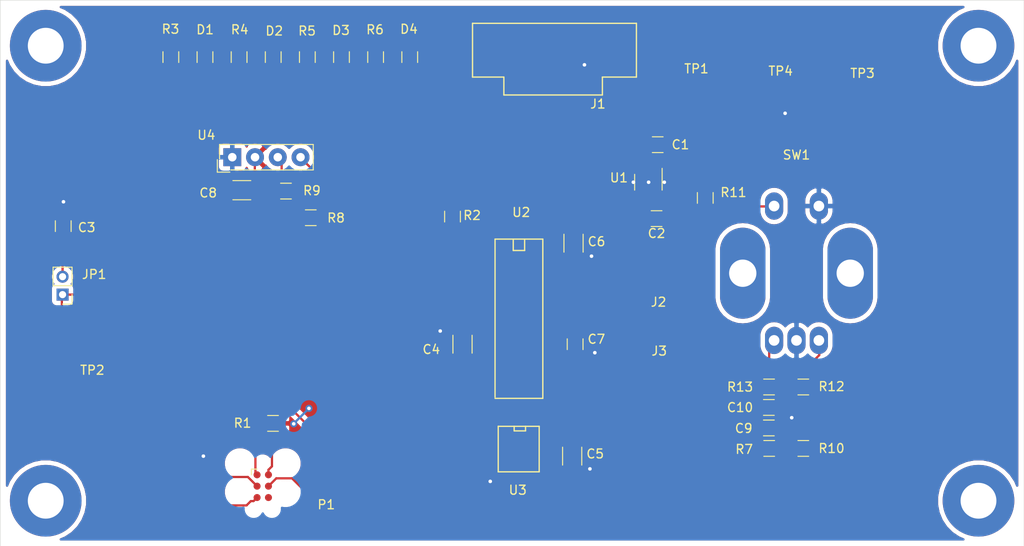
<source format=kicad_pcb>
(kicad_pcb (version 20171130) (host pcbnew 5.1.2-5.1.2)
  (layers (0 F.Cu signal) (31 B.Cu signal) (34 B.Paste user) (35 F.Paste user) (36 B.SilkS user) (37 F.SilkS user) (38 B.Mask user) (39 F.Mask user) (44 Edge.Cuts user))
  (net 0 "")
  (net 1 GND)
  (net 2 /VDC6)
  (net 3 +3V3)
  (net 4 "Net-(C3-Pad1)")
  (net 5 "Net-(C7-Pad2)")
  (net 6 /ENCA)
  (net 7 /ENCB)
  (net 8 "Net-(D1-Pad2)")
  (net 9 "Net-(D1-Pad1)")
  (net 10 "Net-(D2-Pad1)")
  (net 11 "Net-(D2-Pad2)")
  (net 12 "Net-(D3-Pad2)")
  (net 13 "Net-(D3-Pad1)")
  (net 14 "Net-(D4-Pad1)")
  (net 15 "Net-(D4-Pad2)")
  (net 16 /CMOSI)
  (net 17 /CMISO)
  (net 18 /CSCK)
  (net 19 /CCS)
  (net 20 "Net-(J1-Pad11)")
  (net 21 "Net-(J1-Pad12)")
  (net 22 "Net-(J2-Pad1)")
  (net 23 "Net-(J3-Pad1)")
  (net 24 /MCLR)
  (net 25 "Net-(P1-Pad6)")
  (net 26 /PGC)
  (net 27 /PGD)
  (net 28 "Net-(R2-Pad2)")
  (net 29 "Net-(R10-Pad2)")
  (net 30 /SDA)
  (net 31 /SCL)
  (net 32 /SW)
  (net 33 "Net-(R12-Pad2)")
  (net 34 "Net-(U1-Pad4)")
  (net 35 /MCS)
  (net 36 /MMISO)
  (net 37 /MMOSI)
  (net 38 /MSCK)
  (module Connectors:Tag-Connect_TC2030-IDC-FP (layer F.Cu) (at 181.7116 105.0544 270)
    (fp_text reference P1 (at 2.06248 -7.09168 180) (layer F.SilkS))
    (fp_text value TC2030-MCP)
    (pad 6 connect circle (at 1.27 -0.635 270) (size 0.7874 0.7874) (layers F.Cu F.Mask) (net 25 "Net-(P1-Pad6)"))
    (pad 5 connect circle (at 1.27 0.635 270) (size 0.7874 0.7874) (layers F.Cu F.Mask) (net 26 /PGC))
    (pad 4 connect circle (at 0 -0.635 270) (size 0.7874 0.7874) (layers F.Cu F.Mask) (net 27 /PGD))
    (pad 3 connect circle (at 0 0.635 270) (size 0.7874 0.7874) (layers F.Cu F.Mask) (net 1 GND))
    (pad 2 connect circle (at -1.27 -0.635 270) (size 0.7874 0.7874) (layers F.Cu F.Mask) (net 3 +3V3))
    (pad 1 connect circle (at -1.27 0.635 270) (size 0.7874 0.7874) (layers F.Cu F.Mask) (net 24 /MCLR))
    (pad "" np_thru_hole circle (at -2.54 0 270) (size 0.9906 0.9906) (drill 0.9906) (layers *.Cu *.Mask))
    (pad "" np_thru_hole circle (at 2.54 1.016 270) (size 0.9906 0.9906) (drill 0.9906) (layers *.Cu *.Mask))
    (pad "" np_thru_hole circle (at 2.54 -1.016 270) (size 0.9906 0.9906) (drill 0.9906) (layers *.Cu *.Mask))
    (pad "" np_thru_hole circle (at 0.635 2.54 270) (size 2.3749 2.3749) (drill 2.3749) (layers *.Cu *.Mask))
    (pad "" np_thru_hole circle (at 0.635 -2.54 270) (size 2.3749 2.3749) (drill 2.3749) (layers *.Cu *.Mask))
    (pad "" np_thru_hole circle (at -2.54 -2.54 270) (size 2.3749 2.3749) (drill 2.3749) (layers *.Cu *.Mask))
    (pad "" np_thru_hole circle (at -2.54 2.54 270) (size 2.3749 2.3749) (drill 2.3749) (layers *.Cu *.Mask))
  )
  (module Mounting_Holes:MountingHole_4mm_Pad (layer F.Cu) (at 157.48 55.88)
    (fp_text reference REF** hide)
    (fp_text value MountingHole_4mm_Pad)
    (pad 1 thru_hole circle (at 0 0) (size 8 8) (drill 4) (layers *.Cu *.Mask))
  )
  (module Mounting_Holes:MountingHole_4mm_Pad (layer F.Cu) (at 261.62 55.88)
    (fp_text reference REF** hide)
    (fp_text value MountingHole_4mm_Pad)
    (pad 1 thru_hole circle (at 0 0) (size 8 8) (drill 4) (layers *.Cu *.Mask))
  )
  (module Mounting_Holes:MountingHole_4mm_Pad (layer F.Cu) (at 261.62 106.68)
    (fp_text reference REF** hide)
    (fp_text value MountingHole_4mm_Pad)
    (pad 1 thru_hole circle (at 0 0) (size 8 8) (drill 4) (layers *.Cu *.Mask))
  )
  (module Mounting_Holes:MountingHole_4mm_Pad (layer F.Cu) (at 157.48 106.68)
    (fp_text reference REF** hide)
    (fp_text value MountingHole_4mm_Pad)
    (pad 1 thru_hole circle (at 0 0) (size 8 8) (drill 4) (layers *.Cu *.Mask))
  )
  (module Resistors_SMD:R_0805 (layer F.Cu) (at 225.806 66.929 180)
    (fp_text reference C1 (at -2.54 0) (layer F.SilkS))
    (fp_text value 1u)
    (pad 2 smd rect (at 0.95 0 180) (size 0.7 1.3) (layers F.Cu F.Paste F.Mask) (net 1 GND))
    (pad 1 smd rect (at -0.95 0 180) (size 0.7 1.3) (layers F.Cu F.Paste F.Mask) (net 2 /VDC6))
  )
  (module Resistors_SMD:R_0805 (layer F.Cu) (at 225.679 75.184 180)
    (fp_text reference C2 (at 0 -1.65) (layer F.SilkS))
    (fp_text value 1u)
    (pad 2 smd rect (at 0.95 0 180) (size 0.7 1.3) (layers F.Cu F.Paste F.Mask) (net 1 GND))
    (pad 1 smd rect (at -0.95 0 180) (size 0.7 1.3) (layers F.Cu F.Paste F.Mask) (net 3 +3V3))
  )
  (module Resistors_SMD:R_0805 (layer F.Cu) (at 159.4358 76.0222 90)
    (fp_text reference C3 (at -0.1524 2.6162 180) (layer F.SilkS))
    (fp_text value 220n)
    (pad 1 smd rect (at -0.95 0 90) (size 0.7 1.3) (layers F.Cu F.Paste F.Mask) (net 4 "Net-(C3-Pad1)"))
    (pad 2 smd rect (at 0.95 0 90) (size 0.7 1.3) (layers F.Cu F.Paste F.Mask) (net 1 GND))
  )
  (module Resistors_SMD:R_1206 (layer F.Cu) (at 204.0128 89.2048 90)
    (fp_text reference C4 (at -0.5842 -3.4798 180) (layer F.SilkS))
    (fp_text value 100n)
    (pad 1 smd rect (at -1.45 0 90) (size 0.9 1.7) (layers F.Cu F.Paste F.Mask) (net 3 +3V3))
    (pad 2 smd rect (at 1.45 0 90) (size 0.9 1.7) (layers F.Cu F.Paste F.Mask) (net 1 GND))
  )
  (module Resistors_SMD:R_1206 (layer F.Cu) (at 216.2556 101.7016 270)
    (fp_text reference C5 (at -0.254 -2.5654 180) (layer F.SilkS))
    (fp_text value 100n)
    (pad 2 smd rect (at 1.45 0 270) (size 0.9 1.7) (layers F.Cu F.Paste F.Mask) (net 1 GND))
    (pad 1 smd rect (at -1.45 0 270) (size 0.9 1.7) (layers F.Cu F.Paste F.Mask) (net 3 +3V3))
  )
  (module Resistors_SMD:R_1206 (layer F.Cu) (at 216.408 77.9272 270)
    (fp_text reference C6 (at -0.1778 -2.5654 180) (layer F.SilkS))
    (fp_text value 100n)
    (pad 1 smd rect (at -1.45 0 270) (size 0.9 1.7) (layers F.Cu F.Paste F.Mask) (net 3 +3V3))
    (pad 2 smd rect (at 1.45 0 270) (size 0.9 1.7) (layers F.Cu F.Paste F.Mask) (net 1 GND))
  )
  (module Resistors_SMD:R_0805 (layer F.Cu) (at 216.5858 89.2048 90)
    (fp_text reference C7 (at 0.56388 2.37744 180) (layer F.SilkS))
    (fp_text value 10u)
    (pad 2 smd rect (at 0.95 0 90) (size 0.7 1.3) (layers F.Cu F.Paste F.Mask) (net 5 "Net-(C7-Pad2)"))
    (pad 1 smd rect (at -0.95 0 90) (size 0.7 1.3) (layers F.Cu F.Paste F.Mask) (net 1 GND))
  )
  (module Resistors_SMD:R_1206 (layer F.Cu) (at 179.3748 72.009 180)
    (fp_text reference C8 (at 3.7592 -0.3048) (layer F.SilkS))
    (fp_text value 100n)
    (pad 2 smd rect (at 1.45 0 180) (size 0.9 1.7) (layers F.Cu F.Paste F.Mask) (net 1 GND))
    (pad 1 smd rect (at -1.45 0 180) (size 0.9 1.7) (layers F.Cu F.Paste F.Mask) (net 3 +3V3))
  )
  (module Resistors_SMD:R_0805 (layer F.Cu) (at 238.2139 98.552 180)
    (fp_text reference C9 (at 2.8067 -0.0508) (layer F.SilkS))
    (fp_text value 10n)
    (pad 2 smd rect (at 0.95 0 180) (size 0.7 1.3) (layers F.Cu F.Paste F.Mask) (net 6 /ENCA))
    (pad 1 smd rect (at -0.95 0 180) (size 0.7 1.3) (layers F.Cu F.Paste F.Mask) (net 1 GND))
  )
  (module Resistors_SMD:R_0805 (layer F.Cu) (at 238.21644 96.266 180)
    (fp_text reference C10 (at 3.21564 0) (layer F.SilkS))
    (fp_text value 10n)
    (pad 1 smd rect (at -0.95 0 180) (size 0.7 1.3) (layers F.Cu F.Paste F.Mask) (net 1 GND))
    (pad 2 smd rect (at 0.95 0 180) (size 0.7 1.3) (layers F.Cu F.Paste F.Mask) (net 7 /ENCB))
  )
  (module Resistors_SMD:R_0805 (layer F.Cu) (at 175.26 57.15 90)
    (fp_text reference D1 (at 3.0607 0.0127 180) (layer F.SilkS))
    (fp_text value LED)
    (pad 2 smd rect (at 0.95 0 90) (size 0.7 1.3) (layers F.Cu F.Paste F.Mask) (net 8 "Net-(D1-Pad2)"))
    (pad 1 smd rect (at -0.95 0 90) (size 0.7 1.3) (layers F.Cu F.Paste F.Mask) (net 9 "Net-(D1-Pad1)"))
  )
  (module Resistors_SMD:R_0805 (layer F.Cu) (at 182.88 57.15 90)
    (fp_text reference D2 (at 2.921 0.11684 180) (layer F.SilkS))
    (fp_text value LED)
    (pad 1 smd rect (at -0.95 0 90) (size 0.7 1.3) (layers F.Cu F.Paste F.Mask) (net 10 "Net-(D2-Pad1)"))
    (pad 2 smd rect (at 0.95 0 90) (size 0.7 1.3) (layers F.Cu F.Paste F.Mask) (net 11 "Net-(D2-Pad2)"))
  )
  (module Resistors_SMD:R_0805 (layer F.Cu) (at 190.5 57.15 90)
    (fp_text reference D3 (at 2.98704 -0.0508 180) (layer F.SilkS))
    (fp_text value LED)
    (pad 2 smd rect (at 0.95 0 90) (size 0.7 1.3) (layers F.Cu F.Paste F.Mask) (net 12 "Net-(D3-Pad2)"))
    (pad 1 smd rect (at -0.95 0 90) (size 0.7 1.3) (layers F.Cu F.Paste F.Mask) (net 13 "Net-(D3-Pad1)"))
  )
  (module Resistors_SMD:R_0805 (layer F.Cu) (at 198.12 57.15 90)
    (fp_text reference D4 (at 3.1242 -0.08636 180) (layer F.SilkS))
    (fp_text value LED)
    (pad 1 smd rect (at -0.95 0 90) (size 0.7 1.3) (layers F.Cu F.Paste F.Mask) (net 14 "Net-(D4-Pad1)"))
    (pad 2 smd rect (at 0.95 0 90) (size 0.7 1.3) (layers F.Cu F.Paste F.Mask) (net 15 "Net-(D4-Pad2)"))
  )
  (module MikeFootprintLibrary:Molex_FFC-52207-1033 (layer F.Cu) (at 214.63 55.88 180)
    (fp_text reference J1 (at -4.5 -6.5) (layer F.SilkS))
    (fp_text value Molex_FFC-52207-1033)
    (pad 1 smd rect (at -4 -4 180) (size 0.6 1.9) (layers F.Cu F.Paste F.Mask) (net 2 /VDC6))
    (pad 2 smd rect (at -3 -4 180) (size 0.6 1.9) (layers F.Cu F.Paste F.Mask) (net 1 GND))
    (pad 3 smd rect (at -2 -4 180) (size 0.6 1.9) (layers F.Cu F.Paste F.Mask) (net 16 /CMOSI))
    (pad 4 smd rect (at -1 -4 180) (size 0.6 1.9) (layers F.Cu F.Paste F.Mask) (net 1 GND))
    (pad 5 smd rect (at 0 -4 180) (size 0.6 1.9) (layers F.Cu F.Paste F.Mask) (net 17 /CMISO))
    (pad 6 smd rect (at 1 -4 180) (size 0.6 1.9) (layers F.Cu F.Paste F.Mask) (net 1 GND))
    (pad 7 smd rect (at 2 -4 180) (size 0.6 1.9) (layers F.Cu F.Paste F.Mask) (net 18 /CSCK))
    (pad 8 smd rect (at 3 -4 180) (size 0.6 1.9) (layers F.Cu F.Paste F.Mask) (net 1 GND))
    (pad 9 smd rect (at 4 -4 180) (size 0.6 1.9) (layers F.Cu F.Paste F.Mask) (net 19 /CCS))
    (pad 10 smd rect (at 5 -4 180) (size 0.6 1.9) (layers F.Cu F.Paste F.Mask) (net 1 GND))
    (pad 11 smd rect (at -7.15 -1.65 180) (size 2.1 2.8) (layers F.Cu F.Paste F.Mask) (net 20 "Net-(J1-Pad11)"))
    (pad 12 smd rect (at 8.15 -1.65 180) (size 2.1 2.8) (layers F.Cu F.Paste F.Mask) (net 21 "Net-(J1-Pad12)"))
  )
  (module MikeFootprintLibrary:Keystone-5019 (layer F.Cu) (at 225.3996 82.4992)
    (fp_text reference J2 (at 0.5 2) (layer F.SilkS))
    (fp_text value TP)
    (pad 1 smd rect (at 0 0) (size 3.81 2.032) (layers F.Cu F.Paste F.Mask) (net 22 "Net-(J2-Pad1)"))
  )
  (module MikeFootprintLibrary:Keystone-5019 (layer F.Cu) (at 225.4758 87.9602)
    (fp_text reference J3 (at 0.5 2) (layer F.SilkS))
    (fp_text value TP)
    (pad 1 smd rect (at 0 0) (size 3.81 2.032) (layers F.Cu F.Paste F.Mask) (net 23 "Net-(J3-Pad1)"))
  )
  (module Pin_Headers:Pin_Header_Straight_1x02_Pitch2.00mm (layer F.Cu) (at 159.3596 83.6676 180)
    (fp_text reference JP1 (at -3.5306 2.2606) (layer F.SilkS))
    (fp_text value Jumper_2_Open)
    (pad 2 thru_hole oval (at 0 2 180) (size 1.35 1.35) (drill 0.8) (layers *.Cu *.Mask) (net 4 "Net-(C3-Pad1)"))
    (pad 1 thru_hole rect (at 0 0 180) (size 1.35 1.35) (drill 0.8) (layers *.Cu *.Mask) (net 24 /MCLR))
  )
  (module Resistors_SMD:R_0805 (layer F.Cu) (at 182.8546 98.044 180)
    (fp_text reference R1 (at 3.39852 0.03048) (layer F.SilkS))
    (fp_text value 10k)
    (pad 1 smd rect (at -0.95 0 180) (size 0.7 1.3) (layers F.Cu F.Paste F.Mask) (net 3 +3V3))
    (pad 2 smd rect (at 0.95 0 180) (size 0.7 1.3) (layers F.Cu F.Paste F.Mask) (net 24 /MCLR))
  )
  (module Resistors_SMD:R_0805 (layer F.Cu) (at 202.8952 74.9554 270)
    (fp_text reference R2 (at -0.13208 -2.1844 180) (layer F.SilkS))
    (fp_text value 220)
    (pad 2 smd rect (at 0.95 0 270) (size 0.7 1.3) (layers F.Cu F.Paste F.Mask) (net 28 "Net-(R2-Pad2)"))
    (pad 1 smd rect (at -0.95 0 270) (size 0.7 1.3) (layers F.Cu F.Paste F.Mask) (net 24 /MCLR))
  )
  (module Resistors_SMD:R_0805 (layer F.Cu) (at 171.45 57.15 90)
    (fp_text reference R3 (at 3.1242 -0.0381 180) (layer F.SilkS))
    (fp_text value 470)
    (pad 1 smd rect (at -0.95 0 90) (size 0.7 1.3) (layers F.Cu F.Paste F.Mask) (net 3 +3V3))
    (pad 2 smd rect (at 0.95 0 90) (size 0.7 1.3) (layers F.Cu F.Paste F.Mask) (net 8 "Net-(D1-Pad2)"))
  )
  (module Resistors_SMD:R_0805 (layer F.Cu) (at 179.07 57.15 90)
    (fp_text reference R4 (at 3.0607 0.0635 180) (layer F.SilkS))
    (fp_text value 470)
    (pad 2 smd rect (at 0.95 0 90) (size 0.7 1.3) (layers F.Cu F.Paste F.Mask) (net 11 "Net-(D2-Pad2)"))
    (pad 1 smd rect (at -0.95 0 90) (size 0.7 1.3) (layers F.Cu F.Paste F.Mask) (net 3 +3V3))
  )
  (module Resistors_SMD:R_0805 (layer F.Cu) (at 186.69 57.15 90)
    (fp_text reference R5 (at 2.921 -0.03556 180) (layer F.SilkS))
    (fp_text value 470)
    (pad 1 smd rect (at -0.95 0 90) (size 0.7 1.3) (layers F.Cu F.Paste F.Mask) (net 3 +3V3))
    (pad 2 smd rect (at 0.95 0 90) (size 0.7 1.3) (layers F.Cu F.Paste F.Mask) (net 12 "Net-(D3-Pad2)"))
  )
  (module Resistors_SMD:R_0805 (layer F.Cu) (at 194.31 57.15 90)
    (fp_text reference R6 (at 3.05816 -0.06604 180) (layer F.SilkS))
    (fp_text value 470)
    (pad 2 smd rect (at 0.95 0 90) (size 0.7 1.3) (layers F.Cu F.Paste F.Mask) (net 15 "Net-(D4-Pad2)"))
    (pad 1 smd rect (at -0.95 0 90) (size 0.7 1.3) (layers F.Cu F.Paste F.Mask) (net 3 +3V3))
  )
  (module Resistors_SMD:R_0805 (layer F.Cu) (at 238.252 100.838)
    (fp_text reference R7 (at -2.794 0.1016) (layer F.SilkS))
    (fp_text value 10k)
    (pad 2 smd rect (at 0.95 0) (size 0.7 1.3) (layers F.Cu F.Paste F.Mask) (net 29 "Net-(R10-Pad2)"))
    (pad 1 smd rect (at -0.95 0) (size 0.7 1.3) (layers F.Cu F.Paste F.Mask) (net 6 /ENCA))
  )
  (module Resistors_SMD:R_0805 (layer F.Cu) (at 187.071 75.0824)
    (fp_text reference R8 (at 2.8194 0.0254) (layer F.SilkS))
    (fp_text value 4.7k)
    (pad 1 smd rect (at -0.95 0) (size 0.7 1.3) (layers F.Cu F.Paste F.Mask) (net 3 +3V3))
    (pad 2 smd rect (at 0.95 0) (size 0.7 1.3) (layers F.Cu F.Paste F.Mask) (net 30 /SDA))
  )
  (module Resistors_SMD:R_0805 (layer F.Cu) (at 184.3024 72.1106)
    (fp_text reference R9 (at 2.8956 -0.0508) (layer F.SilkS))
    (fp_text value 4.7k)
    (pad 2 smd rect (at 0.95 0) (size 0.7 1.3) (layers F.Cu F.Paste F.Mask) (net 31 /SCL))
    (pad 1 smd rect (at -0.95 0) (size 0.7 1.3) (layers F.Cu F.Paste F.Mask) (net 3 +3V3))
  )
  (module Resistors_SMD:R_0805 (layer F.Cu) (at 242.062 100.838 180)
    (fp_text reference R10 (at -3.1496 0) (layer F.SilkS))
    (fp_text value 10k)
    (pad 1 smd rect (at -0.95 0 180) (size 0.7 1.3) (layers F.Cu F.Paste F.Mask) (net 3 +3V3))
    (pad 2 smd rect (at 0.95 0 180) (size 0.7 1.3) (layers F.Cu F.Paste F.Mask) (net 29 "Net-(R10-Pad2)"))
  )
  (module Resistors_SMD:R_0805 (layer F.Cu) (at 231.1146 72.8726 270)
    (fp_text reference R11 (at -0.6096 -3.1496 180) (layer F.SilkS))
    (fp_text value 10k)
    (pad 1 smd rect (at -0.95 0 270) (size 0.7 1.3) (layers F.Cu F.Paste F.Mask) (net 3 +3V3))
    (pad 2 smd rect (at 0.95 0 270) (size 0.7 1.3) (layers F.Cu F.Paste F.Mask) (net 32 /SW))
  )
  (module Resistors_SMD:R_0805 (layer F.Cu) (at 242.062 93.98 180)
    (fp_text reference R12 (at -3.1496 0.0508) (layer F.SilkS))
    (fp_text value 10k)
    (pad 2 smd rect (at 0.95 0 180) (size 0.7 1.3) (layers F.Cu F.Paste F.Mask) (net 33 "Net-(R12-Pad2)"))
    (pad 1 smd rect (at -0.95 0 180) (size 0.7 1.3) (layers F.Cu F.Paste F.Mask) (net 3 +3V3))
  )
  (module Resistors_SMD:R_0805 (layer F.Cu) (at 238.23676 93.98)
    (fp_text reference R13 (at -3.23596 0) (layer F.SilkS))
    (fp_text value 10k)
    (pad 1 smd rect (at -0.95 0) (size 0.7 1.3) (layers F.Cu F.Paste F.Mask) (net 7 /ENCB))
    (pad 2 smd rect (at 0.95 0) (size 0.7 1.3) (layers F.Cu F.Paste F.Mask) (net 33 "Net-(R12-Pad2)"))
  )
  (module MikeFootprintLibrary:PEC12R-4xxxF-Sxxx (layer F.Cu) (at 241.3 81.28)
    (fp_text reference SW1 (at 0 -13.208) (layer F.SilkS))
    (fp_text value PEC12R-2225F-S0024)
    (pad C thru_hole oval (at 0 7.5 90) (size 3.048 2.032) (drill 1.1938) (layers *.Cu *.Mask) (net 1 GND))
    (pad B thru_hole oval (at 2.5 7.5 90) (size 3.048 2.032) (drill 1.1938) (layers *.Cu *.Mask) (net 33 "Net-(R12-Pad2)"))
    (pad A thru_hole oval (at -2.5 7.5 90) (size 3.048 2.032) (drill 1.1938) (layers *.Cu *.Mask) (net 29 "Net-(R10-Pad2)"))
    (pad S2 thru_hole oval (at 2.5 -7.5 90) (size 3.048 2.032) (drill 1.1938) (layers *.Cu *.Mask) (net 1 GND))
    (pad S1 thru_hole oval (at -2.5 -7.5 90) (size 3.048 2.032) (drill 1.1938) (layers *.Cu *.Mask) (net 32 /SW))
    (pad "" thru_hole oval (at -6 0 90) (size 10.16 5.08) (drill 3.048) (layers *.Cu *.Mask))
    (pad "" thru_hole oval (at 6 0 90) (size 10.16 5.08) (drill 3.048) (layers *.Cu *.Mask))
  )
  (module MikeFootprintLibrary:Keystone-5019 (layer F.Cu) (at 230.632 60.452 180)
    (fp_text reference TP1 (at 0.5 2) (layer F.SilkS))
    (fp_text value K5019)
    (pad 1 smd rect (at 0 0 180) (size 3.81 2.032) (layers F.Cu F.Paste F.Mask) (net 2 /VDC6))
  )
  (module MikeFootprintLibrary:Keystone-5019 (layer F.Cu) (at 159.2834 91.8972 90)
    (fp_text reference TP2 (at -0.2032 3.4036 180) (layer F.SilkS))
    (fp_text value K5019)
    (pad 1 smd rect (at 0 0 90) (size 3.81 2.032) (layers F.Cu F.Paste F.Mask) (net 24 /MCLR))
  )
  (module MikeFootprintLibrary:Keystone-5019 (layer F.Cu) (at 249.174 60.96 180)
    (fp_text reference TP3 (at 0.5 2) (layer F.SilkS))
    (fp_text value K5019)
    (pad 1 smd rect (at 0 0 180) (size 3.81 2.032) (layers F.Cu F.Paste F.Mask) (net 3 +3V3))
  )
  (module MikeFootprintLibrary:Keystone-5019 (layer F.Cu) (at 240.03 60.706 180)
    (fp_text reference TP4 (at 0.5 2) (layer F.SilkS))
    (fp_text value K5019)
    (pad 1 smd rect (at 0 0 180) (size 3.81 2.032) (layers F.Cu F.Paste F.Mask) (net 1 GND))
  )
  (module TO_SOT_Packages_SMD:TSOT-23-5 (layer F.Cu) (at 224.79 71.12 270)
    (fp_text reference U1 (at -0.4953 3.3147 180) (layer F.SilkS))
    (fp_text value NCP718ASN330T1G)
    (pad 5 smd rect (at 1.31 -0.95 270) (size 1.22 0.65) (layers F.Cu F.Paste F.Mask) (net 3 +3V3))
    (pad 4 smd rect (at 1.31 0.95 270) (size 1.22 0.65) (layers F.Cu F.Paste F.Mask) (net 34 "Net-(U1-Pad4)"))
    (pad 3 smd rect (at -1.31 0.95 270) (size 1.22 0.65) (layers F.Cu F.Paste F.Mask) (net 2 /VDC6))
    (pad 2 smd rect (at -1.31 0 270) (size 1.22 0.65) (layers F.Cu F.Paste F.Mask) (net 1 GND))
    (pad 1 smd rect (at -1.31 -0.95 270) (size 1.22 0.65) (layers F.Cu F.Paste F.Mask) (net 2 /VDC6))
  )
  (module SMD_Packages:SOIC-28 (layer F.Cu) (at 210.312 86.36 270)
    (fp_text reference U2 (at -11.8745 -0.254 180) (layer F.SilkS))
    (fp_text value PIC24FJ64GA702)
    (pad 28 smd rect (at -8.255 -3.556 270) (size 0.508 1.143) (layers F.Cu F.Paste F.Mask) (net 3 +3V3))
    (pad 27 smd rect (at -6.985 -3.556 270) (size 0.508 1.143) (layers F.Cu F.Paste F.Mask) (net 1 GND))
    (pad 26 smd rect (at -5.715 -3.556 270) (size 0.508 1.143) (layers F.Cu F.Paste F.Mask) (net 16 /CMOSI))
    (pad 25 smd rect (at -4.445 -3.556 270) (size 0.508 1.143) (layers F.Cu F.Paste F.Mask) (net 17 /CMISO))
    (pad 24 smd rect (at -3.175 -3.556 270) (size 0.508 1.143) (layers F.Cu F.Paste F.Mask) (net 18 /CSCK))
    (pad 23 smd rect (at -1.905 -3.556 270) (size 0.508 1.143) (layers F.Cu F.Paste F.Mask) (net 19 /CCS))
    (pad 22 smd rect (at -0.635 -3.556 270) (size 0.508 1.143) (layers F.Cu F.Paste F.Mask) (net 14 "Net-(D4-Pad1)"))
    (pad 21 smd rect (at 0.635 -3.556 270) (size 0.508 1.143) (layers F.Cu F.Paste F.Mask) (net 23 "Net-(J3-Pad1)"))
    (pad 20 smd rect (at 1.905 -3.556 270) (size 0.508 1.143) (layers F.Cu F.Paste F.Mask) (net 5 "Net-(C7-Pad2)"))
    (pad 19 smd rect (at 3.175 -3.556 270) (size 0.508 1.143) (layers F.Cu F.Paste F.Mask) (net 1 GND))
    (pad 18 smd rect (at 4.445 -3.556 270) (size 0.508 1.143) (layers F.Cu F.Paste F.Mask) (net 30 /SDA))
    (pad 17 smd rect (at 5.715 -3.556 270) (size 0.508 1.143) (layers F.Cu F.Paste F.Mask) (net 31 /SCL))
    (pad 16 smd rect (at 6.985 -3.556 270) (size 0.508 1.143) (layers F.Cu F.Paste F.Mask) (net 37 /MMOSI))
    (pad 15 smd rect (at 8.255 -3.556 270) (size 0.508 1.143) (layers F.Cu F.Paste F.Mask) (net 38 /MSCK))
    (pad 14 smd rect (at 8.255 3.556 270) (size 0.508 1.143) (layers F.Cu F.Paste F.Mask) (net 35 /MCS))
    (pad 13 smd rect (at 6.985 3.556 270) (size 0.508 1.143) (layers F.Cu F.Paste F.Mask) (net 3 +3V3))
    (pad 12 smd rect (at 5.715 3.556 270) (size 0.508 1.143) (layers F.Cu F.Paste F.Mask) (net 6 /ENCA))
    (pad 11 smd rect (at 4.445 3.556 270) (size 0.508 1.143) (layers F.Cu F.Paste F.Mask) (net 36 /MMISO))
    (pad 10 smd rect (at 3.175 3.556 270) (size 0.508 1.143) (layers F.Cu F.Paste F.Mask) (net 7 /ENCB))
    (pad 9 smd rect (at 1.905 3.556 270) (size 0.508 1.143) (layers F.Cu F.Paste F.Mask) (net 32 /SW))
    (pad 8 smd rect (at 0.635 3.556 270) (size 0.508 1.143) (layers F.Cu F.Paste F.Mask) (net 1 GND))
    (pad 7 smd rect (at -0.635 3.556 270) (size 0.508 1.143) (layers F.Cu F.Paste F.Mask) (net 13 "Net-(D3-Pad1)"))
    (pad 6 smd rect (at -1.905 3.556 270) (size 0.508 1.143) (layers F.Cu F.Paste F.Mask) (net 22 "Net-(J2-Pad1)"))
    (pad 5 smd rect (at -3.175 3.556 270) (size 0.508 1.143) (layers F.Cu F.Paste F.Mask) (net 26 /PGC))
    (pad 4 smd rect (at -4.445 3.556 270) (size 0.508 1.143) (layers F.Cu F.Paste F.Mask) (net 27 /PGD))
    (pad 3 smd rect (at -5.715 3.556 270) (size 0.508 1.143) (layers F.Cu F.Paste F.Mask) (net 10 "Net-(D2-Pad1)"))
    (pad 2 smd rect (at -6.985 3.556 270) (size 0.508 1.143) (layers F.Cu F.Paste F.Mask) (net 9 "Net-(D1-Pad1)"))
    (pad 1 smd rect (at -8.255 3.556 270) (size 0.508 1.143) (layers F.Cu F.Paste F.Mask) (net 28 "Net-(R2-Pad2)"))
  )
  (module SMD_Packages:SOIC-8-N (layer F.Cu) (at 210.2866 100.9142 270)
    (fp_text reference U3 (at 4.57708 0.10668 180) (layer F.SilkS))
    (fp_text value AT25xxx)
    (pad 1 smd rect (at -1.905 3.175 270) (size 0.508 1.143) (layers F.Cu F.Paste F.Mask) (net 35 /MCS))
    (pad 2 smd rect (at -0.635 3.175 270) (size 0.508 1.143) (layers F.Cu F.Paste F.Mask) (net 36 /MMISO))
    (pad 3 smd rect (at 0.635 3.175 270) (size 0.508 1.143) (layers F.Cu F.Paste F.Mask) (net 3 +3V3))
    (pad 4 smd rect (at 1.905 3.175 270) (size 0.508 1.143) (layers F.Cu F.Paste F.Mask) (net 1 GND))
    (pad 5 smd rect (at 1.905 -3.175 270) (size 0.508 1.143) (layers F.Cu F.Paste F.Mask) (net 37 /MMOSI))
    (pad 6 smd rect (at 0.635 -3.175 270) (size 0.508 1.143) (layers F.Cu F.Paste F.Mask) (net 38 /MSCK))
    (pad 7 smd rect (at -0.635 -3.175 270) (size 0.508 1.143) (layers F.Cu F.Paste F.Mask) (net 3 +3V3))
    (pad 8 smd rect (at -1.905 -3.175 270) (size 0.508 1.143) (layers F.Cu F.Paste F.Mask) (net 3 +3V3))
  )
  (module Connectors_Samtec:SL-104-X-XX_1x04 (layer F.Cu) (at 178.308 68.326 90)
    (fp_text reference U4 (at 2.4638 -2.8956) (layer F.SilkS))
    (fp_text value i2coled128x64)
    (pad 4 thru_hole circle (at 0 7.62 90) (size 2 2) (drill 0.95) (layers *.Cu *.Mask) (net 30 /SDA))
    (pad 3 thru_hole circle (at 0 5.08 90) (size 2 2) (drill 0.95) (layers *.Cu *.Mask) (net 31 /SCL))
    (pad 2 thru_hole circle (at 0 2.54 90) (size 2 2) (drill 0.95) (layers *.Cu *.Mask) (net 3 +3V3))
    (pad 1 thru_hole rect (at 0 0 90) (size 2 2) (drill 0.95) (layers *.Cu *.Mask) (net 1 GND))
  )
  (gr_line (start 152.4 111.76) (end 152.4 50.8) (layer Edge.Cuts) (width 0.05))
  (gr_line (start 266.7 111.76) (end 152.4 111.76) (layer Edge.Cuts) (width 0.05))
  (gr_line (start 266.7 50.8) (end 266.7 111.76) (layer Edge.Cuts) (width 0.05))
  (gr_line (start 152.4 50.8) (end 266.7 50.8) (layer Edge.Cuts) (width 0.05))
  (segment (start 224.79 73.914) (end 224.79 74.93) (width 0.25) (layer F.Cu) (net 1))
  (segment (start 178.308 69.834) (end 177.9524 70.1896) (width 0.25) (layer F.Cu) (net 1))
  (segment (start 178.308 68.326) (end 178.308 69.834) (width 0.25) (layer F.Cu) (net 1))
  (segment (start 177.9524 70.1896) (end 177.9524 71.9836) (width 0.25) (layer F.Cu) (net 1))
  (segment (start 214.8205 89.535) (end 215.3285 90.043) (width 0.25) (layer F.Cu) (net 1))
  (segment (start 213.868 89.535) (end 214.8205 89.535) (width 0.25) (layer F.Cu) (net 1))
  (segment (start 215.3285 90.043) (end 215.3285 90.0557) (width 0.25) (layer F.Cu) (net 1))
  (segment (start 215.3285 90.0557) (end 215.4428 90.17) (width 0.25) (layer F.Cu) (net 1))
  (segment (start 215.4428 90.17) (end 216.6366 90.17) (width 0.25) (layer F.Cu) (net 1))
  (segment (start 206.756 86.995) (end 204.8002 86.995) (width 0.25) (layer F.Cu) (net 1))
  (segment (start 204.8002 86.995) (end 204.0636 87.7316) (width 0.25) (layer F.Cu) (net 1))
  (segment (start 177.927 72.0344) (end 177.9524 72.009) (width 0.25) (layer F.Cu) (net 1))
  (segment (start 214.8205 79.375) (end 214.8459 79.4004) (width 0.25) (layer F.Cu) (net 1))
  (segment (start 213.868 79.375) (end 214.8205 79.375) (width 0.25) (layer F.Cu) (net 1))
  (segment (start 214.8459 79.4004) (end 216.4842 79.4004) (width 0.25) (layer F.Cu) (net 1))
  (via (at 159.4612 73.3044) (size 0.8) (drill 0.4) (layers F.Cu B.Cu) (net 1))
  (segment (start 159.4358 75.0722) (end 159.4358 73.3298) (width 0.25) (layer F.Cu) (net 1))
  (segment (start 159.4358 73.3298) (end 159.4612 73.3044) (width 0.25) (layer F.Cu) (net 1))
  (via (at 240.7666 97.409) (size 0.8) (drill 0.4) (layers F.Cu B.Cu) (net 1))
  (segment (start 239.1639 97.3811) (end 240.7387 97.3811) (width 0.25) (layer F.Cu) (net 1))
  (segment (start 240.7387 97.3811) (end 240.7666 97.409) (width 0.25) (layer F.Cu) (net 1))
  (segment (start 239.1639 97.3811) (end 239.1639 96.3701) (width 0.25) (layer F.Cu) (net 1))
  (segment (start 239.1639 98.552) (end 239.1639 97.3811) (width 0.25) (layer F.Cu) (net 1))
  (via (at 226.5426 71.12) (size 0.8) (drill 0.4) (layers F.Cu B.Cu) (net 1))
  (segment (start 224.79 71.12) (end 224.79 66.802) (width 0.25) (layer F.Cu) (net 1))
  (segment (start 224.79 71.12) (end 226.5426 71.12) (width 0.25) (layer F.Cu) (net 1))
  (segment (start 224.79 73.914) (end 224.79 71.12) (width 0.25) (layer F.Cu) (net 1))
  (via (at 224.79 71.12) (size 0.8) (drill 0.4) (layers F.Cu B.Cu) (net 1))
  (segment (start 224.79 71.12) (end 224.79 69.007798) (width 0.25) (layer F.Cu) (net 1))
  (via (at 223.0882 71.12) (size 0.8) (drill 0.4) (layers F.Cu B.Cu) (net 1))
  (segment (start 224.79 71.12) (end 223.0882 71.12) (width 0.25) (layer F.Cu) (net 1))
  (via (at 217.6272 58.0136) (size 0.8) (drill 0.4) (layers F.Cu B.Cu) (net 1))
  (segment (start 217.63 59.88) (end 217.63 58.0164) (width 0.25) (layer F.Cu) (net 1))
  (segment (start 217.63 58.0164) (end 217.6272 58.0136) (width 0.25) (layer F.Cu) (net 1))
  (segment (start 217.061515 58.0136) (end 217.6272 58.0136) (width 0.25) (layer F.Cu) (net 1))
  (segment (start 209.63 58.549) (end 210.1654 58.0136) (width 0.25) (layer F.Cu) (net 1))
  (segment (start 209.63 59.88) (end 209.63 58.549) (width 0.25) (layer F.Cu) (net 1))
  (segment (start 211.6836 58.0136) (end 211.6836 59.8424) (width 0.25) (layer F.Cu) (net 1))
  (segment (start 210.1654 58.0136) (end 211.6836 58.0136) (width 0.25) (layer F.Cu) (net 1))
  (segment (start 213.6394 58.0136) (end 213.6394 59.8932) (width 0.25) (layer F.Cu) (net 1))
  (segment (start 211.6836 58.0136) (end 213.6394 58.0136) (width 0.25) (layer F.Cu) (net 1))
  (segment (start 215.646 58.0136) (end 215.646 59.8678) (width 0.25) (layer F.Cu) (net 1))
  (segment (start 215.646 58.0136) (end 217.061515 58.0136) (width 0.25) (layer F.Cu) (net 1))
  (segment (start 213.6394 58.0136) (end 215.646 58.0136) (width 0.25) (layer F.Cu) (net 1))
  (via (at 240.03 63.4238) (size 0.8) (drill 0.4) (layers F.Cu B.Cu) (net 1))
  (segment (start 240.03 60.706) (end 240.03 63.4238) (width 0.25) (layer F.Cu) (net 1))
  (segment (start 216.408 79.3772) (end 218.4124 79.3772) (width 0.25) (layer F.Cu) (net 1))
  (via (at 218.4146 79.375) (size 0.8) (drill 0.4) (layers F.Cu B.Cu) (net 1))
  (segment (start 218.4124 79.3772) (end 218.4146 79.375) (width 0.25) (layer F.Cu) (net 1))
  (segment (start 216.5858 90.1548) (end 218.7854 90.1548) (width 0.25) (layer F.Cu) (net 1))
  (via (at 218.7854 90.1548) (size 0.8) (drill 0.4) (layers F.Cu B.Cu) (net 1))
  (via (at 218.2368 103.124) (size 0.8) (drill 0.4) (layers F.Cu B.Cu) (net 1))
  (segment (start 216.2556 103.1516) (end 218.2092 103.1516) (width 0.25) (layer F.Cu) (net 1))
  (segment (start 218.2092 103.1516) (end 218.2368 103.124) (width 0.25) (layer F.Cu) (net 1))
  (via (at 207.1116 104.521) (size 0.8) (drill 0.4) (layers F.Cu B.Cu) (net 1))
  (segment (start 207.1116 102.8192) (end 207.1116 104.521) (width 0.25) (layer F.Cu) (net 1))
  (via (at 201.5236 87.7316) (size 0.8) (drill 0.4) (layers F.Cu B.Cu) (net 1))
  (segment (start 204.0128 87.7548) (end 201.5468 87.7548) (width 0.25) (layer F.Cu) (net 1))
  (segment (start 201.5468 87.7548) (end 201.5236 87.7316) (width 0.25) (layer F.Cu) (net 1))
  (segment (start 180.049051 104.026851) (end 177.382051 104.026851) (width 0.25) (layer F.Cu) (net 1))
  (segment (start 181.0766 105.0544) (end 180.049051 104.026851) (width 0.25) (layer F.Cu) (net 1))
  (via (at 175.0822 101.7016) (size 0.8) (drill 0.4) (layers F.Cu B.Cu) (net 1))
  (segment (start 177.382051 104.026851) (end 175.0822 101.727) (width 0.25) (layer F.Cu) (net 1))
  (segment (start 175.0822 101.727) (end 175.0822 101.7016) (width 0.25) (layer F.Cu) (net 1))
  (segment (start 225.74 68.692) (end 226.7712 67.6608) (width 0.25) (layer F.Cu) (net 2))
  (segment (start 225.74 69.81) (end 225.74 68.692) (width 0.25) (layer F.Cu) (net 2))
  (segment (start 226.7712 67.6608) (end 226.7712 65.4304) (width 0.25) (layer F.Cu) (net 2))
  (segment (start 226.7712 65.4304) (end 224.9424 63.6016) (width 0.25) (layer F.Cu) (net 2))
  (segment (start 220.0656 63.6016) (end 218.6432 62.1792) (width 0.25) (layer F.Cu) (net 2))
  (segment (start 218.6432 62.1792) (end 218.6432 59.8932) (width 0.25) (layer F.Cu) (net 2))
  (segment (start 227.614 66.929) (end 227.6394 66.9544) (width 0.25) (layer F.Cu) (net 2))
  (segment (start 226.756 66.929) (end 227.614 66.929) (width 0.25) (layer F.Cu) (net 2))
  (segment (start 227.6394 66.9544) (end 229.362 66.9544) (width 0.25) (layer F.Cu) (net 2))
  (segment (start 229.362 66.9544) (end 230.5812 65.7352) (width 0.25) (layer F.Cu) (net 2))
  (segment (start 230.5812 65.7352) (end 230.5812 60.6552) (width 0.25) (layer F.Cu) (net 2))
  (segment (start 223.3676 68.3466) (end 223.3676 63.6016) (width 0.25) (layer F.Cu) (net 2))
  (segment (start 223.84 69.81) (end 223.84 68.819) (width 0.25) (layer F.Cu) (net 2))
  (segment (start 223.84 68.819) (end 223.3676 68.3466) (width 0.25) (layer F.Cu) (net 2))
  (segment (start 224.9424 63.6016) (end 223.3676 63.6016) (width 0.25) (layer F.Cu) (net 2))
  (segment (start 223.3676 63.6016) (end 220.0656 63.6016) (width 0.25) (layer F.Cu) (net 2))
  (segment (start 243.012 100.838) (end 243.012 94.046) (width 0.25) (layer F.Cu) (net 3))
  (segment (start 225.74 73.548) (end 226.6188 74.4268) (width 0.25) (layer F.Cu) (net 3))
  (segment (start 225.74 72.43) (end 225.74 73.548) (width 0.25) (layer F.Cu) (net 3))
  (segment (start 226.6188 74.4268) (end 226.6188 75.1332) (width 0.25) (layer F.Cu) (net 3))
  (segment (start 232.918 71.9074) (end 238.506 66.3194) (width 0.25) (layer F.Cu) (net 3))
  (segment (start 238.506 66.3194) (end 243.7892 66.3194) (width 0.25) (layer F.Cu) (net 3))
  (segment (start 180.8248 72.009) (end 180.8248 68.3028) (width 0.25) (layer F.Cu) (net 3))
  (segment (start 181.6558 72.009) (end 181.8082 72.1614) (width 0.25) (layer F.Cu) (net 3))
  (segment (start 180.8248 72.009) (end 181.6558 72.009) (width 0.25) (layer F.Cu) (net 3))
  (segment (start 181.8082 72.1614) (end 183.388 72.1614) (width 0.25) (layer F.Cu) (net 3))
  (segment (start 183.388 72.1614) (end 183.388 73.7362) (width 0.25) (layer F.Cu) (net 3))
  (segment (start 183.388 73.7362) (end 184.7342 75.0824) (width 0.25) (layer F.Cu) (net 3))
  (segment (start 184.7342 75.0824) (end 186.0804 75.0824) (width 0.25) (layer F.Cu) (net 3))
  (segment (start 172.481 58.1) (end 173.4056 57.1754) (width 0.25) (layer F.Cu) (net 3))
  (segment (start 171.45 58.1) (end 172.481 58.1) (width 0.25) (layer F.Cu) (net 3))
  (segment (start 173.4056 57.1754) (end 176.7332 57.1754) (width 0.25) (layer F.Cu) (net 3))
  (segment (start 176.7332 57.1754) (end 177.673 58.1152) (width 0.25) (layer F.Cu) (net 3))
  (segment (start 177.673 58.1152) (end 179.1208 58.1152) (width 0.25) (layer F.Cu) (net 3))
  (segment (start 179.1208 58.1152) (end 180.3908 58.1152) (width 0.25) (layer F.Cu) (net 3))
  (segment (start 181.3306 57.1754) (end 184.023 57.1754) (width 0.25) (layer F.Cu) (net 3))
  (segment (start 180.3908 58.1152) (end 181.3306 57.1754) (width 0.25) (layer F.Cu) (net 3))
  (segment (start 184.023 57.1754) (end 184.9628 58.1152) (width 0.25) (layer F.Cu) (net 3))
  (segment (start 184.9628 58.1152) (end 186.7916 58.1152) (width 0.25) (layer F.Cu) (net 3))
  (segment (start 186.7916 58.1152) (end 188.1124 58.1152) (width 0.25) (layer F.Cu) (net 3))
  (segment (start 188.1124 58.1152) (end 189.0776 57.15) (width 0.25) (layer F.Cu) (net 3))
  (segment (start 189.0776 57.15) (end 191.5414 57.15) (width 0.25) (layer F.Cu) (net 3))
  (segment (start 192.532 58.1406) (end 194.3354 58.1406) (width 0.25) (layer F.Cu) (net 3))
  (segment (start 194.3354 58.1406) (end 194.3608 58.1152) (width 0.25) (layer F.Cu) (net 3))
  (segment (start 213.4616 99.0092) (end 213.4616 99.6442) (width 0.25) (layer F.Cu) (net 3))
  (segment (start 213.4616 99.6442) (end 213.4616 100.2284) (width 0.25) (layer F.Cu) (net 3))
  (segment (start 213.4616 100.2284) (end 216.281 100.2284) (width 0.25) (layer F.Cu) (net 3))
  (segment (start 214.8205 78.105) (end 216.4207 76.5048) (width 0.25) (layer F.Cu) (net 3))
  (segment (start 213.868 78.105) (end 214.8205 78.105) (width 0.25) (layer F.Cu) (net 3))
  (segment (start 216.4207 76.5048) (end 216.4588 76.5048) (width 0.25) (layer F.Cu) (net 3))
  (segment (start 229.0953 73.5757) (end 229.0953 72.6821) (width 0.25) (layer F.Cu) (net 3))
  (segment (start 227.487 75.184) (end 229.0953 73.5757) (width 0.25) (layer F.Cu) (net 3))
  (segment (start 226.629 75.184) (end 227.487 75.184) (width 0.25) (layer F.Cu) (net 3))
  (segment (start 229.0953 72.6821) (end 229.87 71.9074) (width 0.25) (layer F.Cu) (net 3))
  (segment (start 229.87 71.9074) (end 232.918 71.9074) (width 0.25) (layer F.Cu) (net 3))
  (segment (start 232.918 71.9074) (end 235.7628 71.9074) (width 0.25) (layer F.Cu) (net 3))
  (segment (start 235.7628 71.9074) (end 237.5916 70.0786) (width 0.25) (layer F.Cu) (net 3))
  (segment (start 237.5916 70.0786) (end 248.2088 70.0786) (width 0.25) (layer F.Cu) (net 3))
  (segment (start 248.2088 70.0786) (end 251.9934 73.8632) (width 0.25) (layer F.Cu) (net 3))
  (segment (start 251.9934 104.521) (end 248.4628 108.0516) (width 0.25) (layer F.Cu) (net 3))
  (segment (start 251.9934 73.8632) (end 251.9934 104.521) (width 0.25) (layer F.Cu) (net 3))
  (segment (start 186.055 87.4522) (end 186.055 75.4126) (width 0.25) (layer F.Cu) (net 3))
  (segment (start 243.1034 102.0874) (end 243.1034 108.0516) (width 0.25) (layer F.Cu) (net 3))
  (segment (start 243.012 101.996) (end 243.1034 102.0874) (width 0.25) (layer F.Cu) (net 3))
  (segment (start 248.4628 108.0516) (end 243.1034 108.0516) (width 0.25) (layer F.Cu) (net 3))
  (segment (start 243.012 100.838) (end 243.012 101.996) (width 0.25) (layer F.Cu) (net 3))
  (segment (start 243.1034 108.0516) (end 206.6544 108.0516) (width 0.25) (layer F.Cu) (net 3))
  (segment (start 206.6544 108.0516) (end 202.7174 104.1146) (width 0.25) (layer F.Cu) (net 3))
  (segment (start 203.8858 90.9066) (end 203.9112 90.8812) (width 0.25) (layer F.Cu) (net 3))
  (segment (start 202.7174 104.1146) (end 202.5396 103.9368) (width 0.25) (layer F.Cu) (net 3))
  (segment (start 182.739149 102.835076) (end 182.739149 100.750251) (width 0.25) (layer F.Cu) (net 3))
  (segment (start 182.3466 103.7844) (end 182.3466 103.227625) (width 0.25) (layer F.Cu) (net 3))
  (segment (start 182.3466 103.227625) (end 182.739149 102.835076) (width 0.25) (layer F.Cu) (net 3))
  (segment (start 182.739149 100.750251) (end 183.8198 99.6696) (width 0.25) (layer F.Cu) (net 3))
  (segment (start 183.8198 99.6696) (end 183.8198 98.0186) (width 0.25) (layer F.Cu) (net 3))
  (segment (start 217.766 76.4772) (end 217.7936 76.5048) (width 0.25) (layer F.Cu) (net 3))
  (segment (start 216.408 76.4772) (end 217.766 76.4772) (width 0.25) (layer F.Cu) (net 3))
  (segment (start 217.7936 76.5048) (end 222.0468 76.5048) (width 0.25) (layer F.Cu) (net 3))
  (segment (start 222.0468 76.5048) (end 223.7994 78.2574) (width 0.25) (layer F.Cu) (net 3))
  (segment (start 223.7994 78.2574) (end 225.5266 78.2574) (width 0.25) (layer F.Cu) (net 3))
  (segment (start 226.6442 77.1398) (end 226.6442 75.1078) (width 0.25) (layer F.Cu) (net 3))
  (segment (start 226.1235 77.6605) (end 226.1235 77.7875) (width 0.25) (layer F.Cu) (net 3))
  (segment (start 226.1235 77.6605) (end 226.6442 77.1398) (width 0.25) (layer F.Cu) (net 3))
  (segment (start 225.5266 78.2574) (end 226.1235 77.6605) (width 0.25) (layer F.Cu) (net 3))
  (segment (start 226.1235 77.7875) (end 229.108 80.772) (width 0.25) (layer F.Cu) (net 3))
  (segment (start 229.108 80.772) (end 229.108 94.1324) (width 0.25) (layer F.Cu) (net 3))
  (segment (start 229.108 94.1324) (end 222.9612 100.2792) (width 0.25) (layer F.Cu) (net 3))
  (segment (start 222.9612 100.2792) (end 216.2048 100.2792) (width 0.25) (layer F.Cu) (net 3))
  (segment (start 204.2922 101.5492) (end 202.2221 103.6193) (width 0.25) (layer F.Cu) (net 3))
  (segment (start 202.5396 103.9368) (end 202.2221 103.6193) (width 0.25) (layer F.Cu) (net 3))
  (segment (start 206.756 93.345) (end 206.4385 93.345) (width 0.25) (layer F.Cu) (net 3))
  (segment (start 204.0128 92.3036) (end 204.0128 90.7288) (width 0.25) (layer F.Cu) (net 3))
  (segment (start 207.1116 101.5492) (end 205.613 101.5492) (width 0.25) (layer F.Cu) (net 3))
  (segment (start 206.4385 93.345) (end 205.5622 93.345) (width 0.25) (layer F.Cu) (net 3))
  (segment (start 231.1146 71.9226) (end 231.1146 71.0646) (width 0.25) (layer F.Cu) (net 3))
  (segment (start 234.5436 67.6356) (end 234.5436 55.753) (width 0.25) (layer F.Cu) (net 3))
  (segment (start 231.1146 71.0646) (end 234.5436 67.6356) (width 0.25) (layer F.Cu) (net 3))
  (segment (start 234.5436 55.753) (end 232.8164 54.0258) (width 0.25) (layer F.Cu) (net 3))
  (segment (start 232.8164 54.0258) (end 193.7004 54.0258) (width 0.25) (layer F.Cu) (net 3))
  (segment (start 193.7004 54.0258) (end 192.532 55.1942) (width 0.25) (layer F.Cu) (net 3))
  (segment (start 192.532 57.0992) (end 192.0113 57.6199) (width 0.25) (layer F.Cu) (net 3))
  (segment (start 192.532 55.1942) (end 192.532 57.0992) (width 0.25) (layer F.Cu) (net 3))
  (segment (start 191.5414 57.15) (end 192.0113 57.6199) (width 0.25) (layer F.Cu) (net 3))
  (segment (start 192.0113 57.6199) (end 192.532 58.1406) (width 0.25) (layer F.Cu) (net 3))
  (via (at 185.166 98.0948) (size 0.8) (drill 0.4) (layers F.Cu B.Cu) (net 3))
  (segment (start 183.8046 98.044) (end 185.1152 98.044) (width 0.25) (layer F.Cu) (net 3))
  (segment (start 185.1152 98.044) (end 185.166 98.0948) (width 0.25) (layer F.Cu) (net 3))
  (via (at 186.8678 96.3676) (size 0.8) (drill 0.4) (layers F.Cu B.Cu) (net 3))
  (segment (start 185.166 98.0948) (end 185.166 98.0694) (width 0.25) (layer B.Cu) (net 3))
  (segment (start 185.166 98.0694) (end 186.8678 96.3676) (width 0.25) (layer B.Cu) (net 3))
  (segment (start 187.293199 95.967601) (end 190.9318 92.329) (width 0.25) (layer F.Cu) (net 3))
  (segment (start 187.267799 95.967601) (end 187.293199 95.967601) (width 0.25) (layer F.Cu) (net 3))
  (segment (start 186.8678 96.3676) (end 187.267799 95.967601) (width 0.25) (layer F.Cu) (net 3))
  (segment (start 190.9318 92.329) (end 186.055 87.4522) (width 0.25) (layer F.Cu) (net 3))
  (segment (start 243.7892 66.3194) (end 249.3264 60.7822) (width 0.25) (layer F.Cu) (net 3))
  (segment (start 205.613 101.5492) (end 205.359 101.5492) (width 0.25) (layer F.Cu) (net 3))
  (segment (start 205.359 101.5492) (end 204.2922 101.5492) (width 0.25) (layer F.Cu) (net 3))
  (segment (start 205.232 93.345) (end 205.0542 93.345) (width 0.25) (layer F.Cu) (net 3))
  (segment (start 205.5622 93.345) (end 205.232 93.345) (width 0.25) (layer F.Cu) (net 3))
  (segment (start 204.5462 93.1418) (end 198.1454 99.5426) (width 0.25) (layer F.Cu) (net 3))
  (segment (start 202.2221 103.6193) (end 198.1454 99.5426) (width 0.25) (layer F.Cu) (net 3))
  (segment (start 198.1454 99.5426) (end 190.9318 92.329) (width 0.25) (layer F.Cu) (net 3))
  (segment (start 204.5462 92.837) (end 204.0128 92.3036) (width 0.25) (layer F.Cu) (net 3))
  (segment (start 204.5462 92.837) (end 204.5462 93.1418) (width 0.25) (layer F.Cu) (net 3))
  (segment (start 205.0542 93.345) (end 204.5462 92.837) (width 0.25) (layer F.Cu) (net 3))
  (segment (start 159.3596 81.6676) (end 159.3596 80.713006) (width 0.25) (layer F.Cu) (net 4))
  (segment (start 159.3596 80.713006) (end 159.3596 76.962) (width 0.25) (layer F.Cu) (net 4))
  (segment (start 214.8205 88.265) (end 214.8459 88.2396) (width 0.25) (layer F.Cu) (net 5))
  (segment (start 213.868 88.265) (end 214.8205 88.265) (width 0.25) (layer F.Cu) (net 5))
  (segment (start 214.8459 88.2396) (end 216.5858 88.2396) (width 0.25) (layer F.Cu) (net 5))
  (segment (start 237.302 100.838) (end 237.302 98.618) (width 0.25) (layer F.Cu) (net 6))
  (segment (start 233.6546 106.2228) (end 237.3376 102.5398) (width 0.25) (layer F.Cu) (net 6))
  (segment (start 237.3376 102.5398) (end 237.3376 100.8126) (width 0.25) (layer F.Cu) (net 6))
  (segment (start 208.9658 104.3432) (end 208.9658 104.902) (width 0.25) (layer F.Cu) (net 6))
  (segment (start 210.2866 106.2228) (end 233.6546 106.2228) (width 0.25) (layer F.Cu) (net 6))
  (segment (start 208.9658 104.902) (end 210.2866 106.2228) (width 0.25) (layer F.Cu) (net 6))
  (segment (start 208.9658 104.3432) (end 208.9658 101.6254) (width 0.25) (layer F.Cu) (net 6))
  (segment (start 208.310599 100.970199) (end 206.253199 100.970199) (width 0.25) (layer F.Cu) (net 6))
  (segment (start 208.9658 101.6254) (end 208.310599 100.970199) (width 0.25) (layer F.Cu) (net 6))
  (segment (start 207.587501 93.924001) (end 208.026 93.485502) (width 0.25) (layer F.Cu) (net 6))
  (segment (start 206.060397 93.924001) (end 207.587501 93.924001) (width 0.25) (layer F.Cu) (net 6))
  (segment (start 205.859499 94.124899) (end 206.060397 93.924001) (width 0.25) (layer F.Cu) (net 6))
  (segment (start 206.253199 100.970199) (end 205.859499 100.576499) (width 0.25) (layer F.Cu) (net 6))
  (segment (start 205.859499 100.576499) (end 205.859499 94.124899) (width 0.25) (layer F.Cu) (net 6))
  (segment (start 208.026 93.485502) (end 208.026 92.202) (width 0.25) (layer F.Cu) (net 6))
  (segment (start 208.026 92.202) (end 207.899 92.075) (width 0.25) (layer F.Cu) (net 6))
  (segment (start 207.899 92.075) (end 206.7814 92.075) (width 0.25) (layer F.Cu) (net 6))
  (segment (start 237.26644 96.266) (end 237.26644 94.01044) (width 0.25) (layer F.Cu) (net 7))
  (segment (start 206.756 89.535) (end 207.0735 89.535) (width 0.25) (layer F.Cu) (net 7))
  (segment (start 209.41581 91.87731) (end 209.41581 104.64081) (width 0.25) (layer F.Cu) (net 7))
  (segment (start 207.0735 89.535) (end 209.41581 91.87731) (width 0.25) (layer F.Cu) (net 7))
  (segment (start 209.41581 104.64081) (end 210.54779 105.77279) (width 0.25) (layer F.Cu) (net 7))
  (segment (start 210.54779 105.77279) (end 230.77721 105.77279) (width 0.25) (layer F.Cu) (net 7))
  (segment (start 230.77721 105.77279) (end 234.95 101.6) (width 0.25) (layer F.Cu) (net 7))
  (segment (start 234.95 101.6) (end 234.95 97.282) (width 0.25) (layer F.Cu) (net 7))
  (segment (start 234.95 97.282) (end 235.8898 96.3422) (width 0.25) (layer F.Cu) (net 7))
  (segment (start 235.8898 96.3422) (end 237.1852 96.3422) (width 0.25) (layer F.Cu) (net 7))
  (segment (start 172.481 56.2) (end 172.4912 56.2102) (width 0.25) (layer F.Cu) (net 8))
  (segment (start 171.45 56.2) (end 172.481 56.2) (width 0.25) (layer F.Cu) (net 8))
  (segment (start 172.4912 56.2102) (end 175.387 56.2102) (width 0.25) (layer F.Cu) (net 8))
  (segment (start 207.5775 79.375) (end 207.8736 79.0789) (width 0.25) (layer F.Cu) (net 9))
  (segment (start 206.756 79.375) (end 207.5775 79.375) (width 0.25) (layer F.Cu) (net 9))
  (segment (start 207.8736 79.0789) (end 207.8736 75.9714) (width 0.25) (layer F.Cu) (net 9))
  (segment (start 207.8736 75.9714) (end 194.7672 62.865) (width 0.25) (layer F.Cu) (net 9))
  (segment (start 194.7672 62.865) (end 177.3428 62.865) (width 0.25) (layer F.Cu) (net 9))
  (segment (start 177.3428 62.865) (end 175.26 60.7822) (width 0.25) (layer F.Cu) (net 9))
  (segment (start 175.26 60.7822) (end 175.26 58.0898) (width 0.25) (layer F.Cu) (net 9))
  (segment (start 208.32361 79.89889) (end 208.323609 75.784999) (width 0.25) (layer F.Cu) (net 10))
  (segment (start 208.323609 75.784999) (end 194.76861 62.23) (width 0.25) (layer F.Cu) (net 10))
  (segment (start 206.756 80.645) (end 207.5775 80.645) (width 0.25) (layer F.Cu) (net 10))
  (segment (start 207.5775 80.645) (end 208.32361 79.89889) (width 0.25) (layer F.Cu) (net 10))
  (segment (start 194.76861 62.23) (end 184.531 62.23) (width 0.25) (layer F.Cu) (net 10))
  (segment (start 184.531 62.23) (end 182.9308 60.6298) (width 0.25) (layer F.Cu) (net 10))
  (segment (start 182.9308 60.6298) (end 182.9308 58.1152) (width 0.25) (layer F.Cu) (net 10))
  (segment (start 180.101 56.2) (end 180.1162 56.1848) (width 0.25) (layer F.Cu) (net 11))
  (segment (start 179.07 56.2) (end 180.101 56.2) (width 0.25) (layer F.Cu) (net 11))
  (segment (start 180.1162 56.1848) (end 183.0578 56.1848) (width 0.25) (layer F.Cu) (net 11))
  (segment (start 187.721 56.2) (end 187.7312 56.2102) (width 0.25) (layer F.Cu) (net 12))
  (segment (start 186.69 56.2) (end 187.721 56.2) (width 0.25) (layer F.Cu) (net 12))
  (segment (start 187.7312 56.2102) (end 190.6016 56.2102) (width 0.25) (layer F.Cu) (net 12))
  (segment (start 207.532912 85.725) (end 211.963 90.155088) (width 0.25) (layer F.Cu) (net 13))
  (segment (start 206.756 85.725) (end 207.532912 85.725) (width 0.25) (layer F.Cu) (net 13))
  (segment (start 213.036499 91.384001) (end 226.446199 91.384001) (width 0.25) (layer F.Cu) (net 13))
  (segment (start 211.963 90.155088) (end 211.963 90.310502) (width 0.25) (layer F.Cu) (net 13))
  (segment (start 211.963 90.310502) (end 213.036499 91.384001) (width 0.25) (layer F.Cu) (net 13))
  (segment (start 226.446199 91.384001) (end 228.092 89.7382) (width 0.25) (layer F.Cu) (net 13))
  (segment (start 228.092 89.7382) (end 228.092 85.1154) (width 0.25) (layer F.Cu) (net 13))
  (segment (start 228.092 85.1154) (end 228.092 81.2292) (width 0.25) (layer F.Cu) (net 13))
  (segment (start 228.092 81.2292) (end 227.2284 80.3656) (width 0.25) (layer F.Cu) (net 13))
  (segment (start 227.2284 80.3656) (end 219.8624 80.3656) (width 0.25) (layer F.Cu) (net 13))
  (segment (start 219.8624 80.3656) (end 216.8398 83.3882) (width 0.25) (layer F.Cu) (net 13))
  (segment (start 216.8398 83.3882) (end 216.352001 83.875999) (width 0.25) (layer F.Cu) (net 13))
  (segment (start 216.352001 83.875999) (end 215.2142 85.0138) (width 0.25) (layer F.Cu) (net 13))
  (segment (start 215.082001 85.145999) (end 212.450799 85.145999) (width 0.25) (layer F.Cu) (net 13))
  (segment (start 215.2142 85.0138) (end 215.082001 85.145999) (width 0.25) (layer F.Cu) (net 13))
  (segment (start 212.450799 85.145999) (end 209.7532 82.4484) (width 0.25) (layer F.Cu) (net 13))
  (segment (start 209.7532 82.4484) (end 209.7532 67.1576) (width 0.25) (layer F.Cu) (net 13))
  (segment (start 209.7532 67.1576) (end 199.771 57.1754) (width 0.25) (layer F.Cu) (net 13))
  (segment (start 199.771 57.1754) (end 196.7738 57.1754) (width 0.25) (layer F.Cu) (net 13))
  (segment (start 196.7738 57.1754) (end 195.9102 58.039) (width 0.25) (layer F.Cu) (net 13))
  (segment (start 195.9102 58.039) (end 195.9102 59.0804) (width 0.25) (layer F.Cu) (net 13))
  (segment (start 195.9102 59.0804) (end 195.2752 59.7154) (width 0.25) (layer F.Cu) (net 13))
  (segment (start 195.2752 59.7154) (end 191.0588 59.7154) (width 0.25) (layer F.Cu) (net 13))
  (segment (start 191.0588 59.7154) (end 190.5 59.1566) (width 0.25) (layer F.Cu) (net 13))
  (segment (start 190.5 59.1566) (end 190.5 58.1406) (width 0.25) (layer F.Cu) (net 13))
  (segment (start 213.868 85.725) (end 213.5505 85.725) (width 0.25) (layer F.Cu) (net 14))
  (segment (start 198.1454 59.6138) (end 198.1454 58.166) (width 0.25) (layer F.Cu) (net 14))
  (segment (start 213.868 85.725) (end 211.6328 85.725) (width 0.25) (layer F.Cu) (net 14))
  (segment (start 209.0293 83.1215) (end 209.0293 70.4977) (width 0.25) (layer F.Cu) (net 14))
  (segment (start 211.6328 85.725) (end 209.0293 83.1215) (width 0.25) (layer F.Cu) (net 14))
  (segment (start 209.0293 70.4977) (end 198.1454 59.6138) (width 0.25) (layer F.Cu) (net 14))
  (segment (start 194.31 56.2) (end 198.1556 56.2) (width 0.25) (layer F.Cu) (net 15))
  (segment (start 198.1556 56.2) (end 198.1708 56.1848) (width 0.25) (layer F.Cu) (net 15))
  (segment (start 213.0465 80.645) (end 212.5218 80.1203) (width 0.25) (layer F.Cu) (net 16))
  (segment (start 213.868 80.645) (end 213.0465 80.645) (width 0.25) (layer F.Cu) (net 16))
  (segment (start 212.5218 80.1203) (end 212.5218 67.0052) (width 0.25) (layer F.Cu) (net 16))
  (segment (start 212.5218 67.0052) (end 216.6112 62.9158) (width 0.25) (layer F.Cu) (net 16))
  (segment (start 216.6112 62.9158) (end 216.6112 59.8678) (width 0.25) (layer F.Cu) (net 16))
  (segment (start 212.07179 80.94029) (end 212.07179 64.96601) (width 0.25) (layer F.Cu) (net 17))
  (segment (start 213.868 81.915) (end 213.0465 81.915) (width 0.25) (layer F.Cu) (net 17))
  (segment (start 213.0465 81.915) (end 212.07179 80.94029) (width 0.25) (layer F.Cu) (net 17))
  (segment (start 212.07179 64.96601) (end 214.63 62.4078) (width 0.25) (layer F.Cu) (net 17))
  (segment (start 214.63 62.4078) (end 214.63 59.8932) (width 0.25) (layer F.Cu) (net 17))
  (segment (start 211.62178 81.12669) (end 211.62178 63.66342) (width 0.25) (layer F.Cu) (net 18))
  (segment (start 213.868 83.185) (end 213.68009 83.185) (width 0.25) (layer F.Cu) (net 18))
  (segment (start 213.68009 83.185) (end 211.62178 81.12669) (width 0.25) (layer F.Cu) (net 18))
  (segment (start 211.62178 63.66342) (end 212.6234 62.6618) (width 0.25) (layer F.Cu) (net 18))
  (segment (start 212.6234 62.6618) (end 212.6234 59.8932) (width 0.25) (layer F.Cu) (net 18))
  (segment (start 213.868 84.455) (end 213.5505 84.455) (width 0.25) (layer F.Cu) (net 19))
  (segment (start 210.6168 81.5213) (end 210.6168 59.944) (width 0.25) (layer F.Cu) (net 19))
  (segment (start 210.6168 82.1182) (end 210.6168 81.5213) (width 0.25) (layer F.Cu) (net 19))
  (segment (start 213.868 84.455) (end 212.9536 84.455) (width 0.25) (layer F.Cu) (net 19))
  (segment (start 212.9536 84.455) (end 210.6168 82.1182) (width 0.25) (layer F.Cu) (net 19))
  (segment (start 212.924501 86.304001) (end 215.143199 86.304001) (width 0.25) (layer F.Cu) (net 22))
  (segment (start 215.143199 86.304001) (end 218.9988 82.4484) (width 0.25) (layer F.Cu) (net 22))
  (segment (start 218.9988 82.4484) (end 225.3996 82.4484) (width 0.25) (layer F.Cu) (net 22))
  (segment (start 212.924501 86.304001) (end 209.951201 86.304001) (width 0.25) (layer F.Cu) (net 22))
  (segment (start 209.951201 86.304001) (end 208.1022 84.455) (width 0.25) (layer F.Cu) (net 22))
  (segment (start 208.1022 84.455) (end 206.7052 84.455) (width 0.25) (layer F.Cu) (net 22))
  (segment (start 213.868 86.995) (end 214.6895 86.995) (width 0.25) (layer F.Cu) (net 23))
  (segment (start 214.6895 86.995) (end 221.0562 86.995) (width 0.25) (layer F.Cu) (net 23))
  (segment (start 221.0562 86.995) (end 221.996 87.9348) (width 0.25) (layer F.Cu) (net 23))
  (segment (start 221.996 87.9348) (end 225.425 87.9348) (width 0.25) (layer F.Cu) (net 23))
  (segment (start 159.2834 91.8972) (end 159.2834 83.693) (width 0.25) (layer F.Cu) (net 24))
  (segment (start 159.2834 83.693) (end 159.3596 83.6168) (width 0.25) (layer F.Cu) (net 24))
  (segment (start 201.9952 74.0054) (end 191.6676 63.6778) (width 0.25) (layer F.Cu) (net 24))
  (segment (start 202.8952 74.0054) (end 201.9952 74.0054) (width 0.25) (layer F.Cu) (net 24))
  (segment (start 191.6676 63.6778) (end 178.562 63.6778) (width 0.25) (layer F.Cu) (net 24))
  (segment (start 175.74119 63.6778) (end 171.2722 68.14679) (width 0.25) (layer F.Cu) (net 24))
  (segment (start 178.562 63.6778) (end 175.74119 63.6778) (width 0.25) (layer F.Cu) (net 24))
  (segment (start 171.2722 108.1786) (end 172.8724 109.7788) (width 0.25) (layer F.Cu) (net 24))
  (segment (start 172.8724 109.7788) (end 184.531 109.7788) (width 0.25) (layer F.Cu) (net 24))
  (segment (start 184.531 109.7788) (end 186.9694 107.3404) (width 0.25) (layer F.Cu) (net 24))
  (segment (start 186.9694 107.3404) (end 186.9694 98.5012) (width 0.25) (layer F.Cu) (net 24))
  (segment (start 186.9694 98.5012) (end 184.5818 96.1136) (width 0.25) (layer F.Cu) (net 24))
  (segment (start 184.5818 96.1136) (end 181.5084 96.1136) (width 0.25) (layer F.Cu) (net 24))
  (segment (start 181.5084 96.1136) (end 180.891299 96.730701) (width 0.25) (layer F.Cu) (net 24))
  (segment (start 180.891299 103.599099) (end 181.1274 103.8352) (width 0.25) (layer F.Cu) (net 24))
  (segment (start 159.3596 83.6676) (end 160.2846 83.6676) (width 0.25) (layer F.Cu) (net 24))
  (segment (start 171.2722 68.14679) (end 171.2722 83.6676) (width 0.25) (layer F.Cu) (net 24))
  (segment (start 160.2846 83.6676) (end 171.2722 83.6676) (width 0.25) (layer F.Cu) (net 24))
  (segment (start 171.2722 83.6676) (end 171.2722 108.1786) (width 0.25) (layer F.Cu) (net 24))
  (segment (start 180.891299 97.975301) (end 180.891299 103.599099) (width 0.25) (layer F.Cu) (net 24))
  (segment (start 180.891299 97.975301) (end 181.907299 97.975301) (width 0.25) (layer F.Cu) (net 24))
  (segment (start 180.891299 96.730701) (end 180.891299 97.975301) (width 0.25) (layer F.Cu) (net 24))
  (segment (start 181.907299 97.975301) (end 181.9148 97.9678) (width 0.25) (layer F.Cu) (net 24))
  (segment (start 175.4124 65.532) (end 187.96 65.532) (width 0.25) (layer F.Cu) (net 26))
  (segment (start 205.613 83.185) (end 206.756 83.185) (width 0.25) (layer F.Cu) (net 26))
  (segment (start 172.999999 67.944401) (end 175.4124 65.532) (width 0.25) (layer F.Cu) (net 26))
  (segment (start 180.682901 106.718099) (end 180.381329 106.718099) (width 0.25) (layer F.Cu) (net 26))
  (segment (start 177.280451 107.201851) (end 172.999999 102.921399) (width 0.25) (layer F.Cu) (net 26))
  (segment (start 181.0766 106.3244) (end 180.682901 106.718099) (width 0.25) (layer F.Cu) (net 26))
  (segment (start 187.96 65.532) (end 205.613 83.185) (width 0.25) (layer F.Cu) (net 26))
  (segment (start 180.381329 106.718099) (end 179.897577 107.201851) (width 0.25) (layer F.Cu) (net 26))
  (segment (start 179.897577 107.201851) (end 177.280451 107.201851) (width 0.25) (layer F.Cu) (net 26))
  (segment (start 172.999999 102.921399) (end 172.999999 67.944401) (width 0.25) (layer F.Cu) (net 26))
  (segment (start 206.756 81.915) (end 205.9345 81.915) (width 0.25) (layer F.Cu) (net 27))
  (segment (start 205.9345 81.915) (end 197.7136 73.6941) (width 0.25) (layer F.Cu) (net 27))
  (segment (start 197.7136 73.6941) (end 197.7136 73.6854) (width 0.25) (layer F.Cu) (net 27))
  (segment (start 197.7136 73.6854) (end 188.7728 64.7446) (width 0.25) (layer F.Cu) (net 27))
  (segment (start 188.7728 64.7446) (end 176.7078 64.7446) (width 0.25) (layer F.Cu) (net 27))
  (segment (start 175.3108 64.7446) (end 172.1612 67.8942) (width 0.25) (layer F.Cu) (net 27))
  (segment (start 176.7078 64.7446) (end 175.3108 64.7446) (width 0.25) (layer F.Cu) (net 27))
  (segment (start 172.1612 67.8942) (end 172.1612 71.6026) (width 0.25) (layer F.Cu) (net 27))
  (segment (start 172.1612 107.8738) (end 173.3804 109.093) (width 0.25) (layer F.Cu) (net 27))
  (segment (start 172.1612 71.6026) (end 172.1612 107.8738) (width 0.25) (layer F.Cu) (net 27))
  (segment (start 173.3804 109.093) (end 184.0484 109.093) (width 0.25) (layer F.Cu) (net 27))
  (segment (start 184.0484 109.093) (end 186.2074 106.934) (width 0.25) (layer F.Cu) (net 27))
  (segment (start 184.977577 104.176949) (end 183.224051 104.176949) (width 0.25) (layer F.Cu) (net 27))
  (segment (start 186.2074 106.934) (end 186.2074 105.406772) (width 0.25) (layer F.Cu) (net 27))
  (segment (start 186.2074 105.406772) (end 184.977577 104.176949) (width 0.25) (layer F.Cu) (net 27))
  (segment (start 183.224051 104.176949) (end 182.3212 105.0798) (width 0.25) (layer F.Cu) (net 27))
  (segment (start 206.4385 78.105) (end 204.2541 75.9206) (width 0.25) (layer F.Cu) (net 28))
  (segment (start 206.756 78.105) (end 206.4385 78.105) (width 0.25) (layer F.Cu) (net 28))
  (segment (start 204.2541 75.9206) (end 202.8698 75.9206) (width 0.25) (layer F.Cu) (net 28))
  (segment (start 239.202 100.838) (end 239.933 100.838) (width 0.25) (layer F.Cu) (net 29))
  (segment (start 239.933 100.838) (end 241.046 100.838) (width 0.25) (layer F.Cu) (net 29))
  (segment (start 238.471 100.838) (end 238.252 100.619) (width 0.25) (layer F.Cu) (net 29))
  (segment (start 239.202 100.838) (end 238.471 100.838) (width 0.25) (layer F.Cu) (net 29))
  (segment (start 238.252 100.619) (end 238.252 89.408) (width 0.25) (layer F.Cu) (net 29))
  (segment (start 238.252 89.408) (end 238.76 88.9) (width 0.25) (layer F.Cu) (net 29))
  (segment (start 188.021 74.0514) (end 188.0108 74.0412) (width 0.25) (layer F.Cu) (net 30))
  (segment (start 188.021 75.0824) (end 188.021 74.0514) (width 0.25) (layer F.Cu) (net 30))
  (segment (start 188.0108 74.0412) (end 188.0108 70.4596) (width 0.25) (layer F.Cu) (net 30))
  (segment (start 188.0108 70.4596) (end 185.928 68.3768) (width 0.25) (layer F.Cu) (net 30))
  (segment (start 213.5505 90.805) (end 207.8355 85.09) (width 0.25) (layer F.Cu) (net 30))
  (segment (start 213.868 90.805) (end 213.5505 90.805) (width 0.25) (layer F.Cu) (net 30))
  (segment (start 205.980498 85.09) (end 195.922098 75.0316) (width 0.25) (layer F.Cu) (net 30))
  (segment (start 207.8355 85.09) (end 205.980498 85.09) (width 0.25) (layer F.Cu) (net 30))
  (segment (start 195.922098 75.0316) (end 188.0108 75.0316) (width 0.25) (layer F.Cu) (net 30))
  (segment (start 185.2524 71.8106) (end 183.8198 70.378) (width 0.25) (layer F.Cu) (net 31))
  (segment (start 185.2524 72.1106) (end 185.2524 71.8106) (width 0.25) (layer F.Cu) (net 31))
  (segment (start 183.8198 70.378) (end 183.8198 68.961) (width 0.25) (layer F.Cu) (net 31))
  (segment (start 183.8198 68.961) (end 183.3118 68.453) (width 0.25) (layer F.Cu) (net 31))
  (segment (start 186.796001 72.267401) (end 186.6138 72.0852) (width 0.25) (layer F.Cu) (net 31))
  (segment (start 186.796001 76.255201) (end 186.796001 72.267401) (width 0.25) (layer F.Cu) (net 31))
  (segment (start 187.9092 77.3684) (end 186.796001 76.255201) (width 0.25) (layer F.Cu) (net 31))
  (segment (start 194.975398 77.3684) (end 187.9092 77.3684) (width 0.25) (layer F.Cu) (net 31))
  (segment (start 186.6138 72.0852) (end 185.3184 72.0852) (width 0.25) (layer F.Cu) (net 31))
  (segment (start 203.966998 86.36) (end 194.975398 77.3684) (width 0.25) (layer F.Cu) (net 31))
  (segment (start 207.531502 86.36) (end 210.9216 89.750098) (width 0.25) (layer F.Cu) (net 31))
  (segment (start 203.966998 86.36) (end 207.531502 86.36) (width 0.25) (layer F.Cu) (net 31))
  (segment (start 210.9216 89.750098) (end 210.9216 91.4146) (width 0.25) (layer F.Cu) (net 31))
  (segment (start 210.9216 91.4146) (end 211.582 92.075) (width 0.25) (layer F.Cu) (net 31))
  (segment (start 211.582 92.075) (end 213.9188 92.075) (width 0.25) (layer F.Cu) (net 31))
  (segment (start 231.1146 73.8226) (end 238.7956 73.8226) (width 0.25) (layer F.Cu) (net 32))
  (segment (start 207.5775 88.265) (end 209.8802 90.5677) (width 0.25) (layer F.Cu) (net 32))
  (segment (start 206.756 88.265) (end 207.5775 88.265) (width 0.25) (layer F.Cu) (net 32))
  (segment (start 209.8802 104.2924) (end 210.91058 105.32278) (width 0.25) (layer F.Cu) (net 32))
  (segment (start 209.8802 90.5677) (end 209.8802 104.2924) (width 0.25) (layer F.Cu) (net 32))
  (segment (start 210.91058 105.32278) (end 229.88102 105.32278) (width 0.25) (layer F.Cu) (net 32))
  (segment (start 232.43499 102.76881) (end 232.43499 87.22319) (width 0.25) (layer F.Cu) (net 32))
  (segment (start 229.88102 105.32278) (end 232.43499 102.76881) (width 0.25) (layer F.Cu) (net 32))
  (segment (start 232.43499 87.22319) (end 231.14 85.9282) (width 0.25) (layer F.Cu) (net 32))
  (segment (start 231.14 85.9282) (end 231.14 73.7616) (width 0.25) (layer F.Cu) (net 32))
  (segment (start 239.18676 93.98) (end 241.046 93.98) (width 0.25) (layer F.Cu) (net 33))
  (segment (start 241.046 93.98) (end 241.046 93.218) (width 0.25) (layer F.Cu) (net 33))
  (segment (start 241.046 93.218) (end 243.84 90.424) (width 0.25) (layer F.Cu) (net 33))
  (segment (start 243.84 90.424) (end 243.84 88.646) (width 0.25) (layer F.Cu) (net 33))
  (segment (start 207.1116 98.5052) (end 206.7814 98.175) (width 0.25) (layer F.Cu) (net 35))
  (segment (start 207.1116 99.0092) (end 207.1116 98.5052) (width 0.25) (layer F.Cu) (net 35))
  (segment (start 206.7814 98.175) (end 206.7814 94.6912) (width 0.25) (layer F.Cu) (net 35))
  (segment (start 207.1116 100.2792) (end 207.9331 100.2792) (width 0.25) (layer F.Cu) (net 36))
  (segment (start 207.9331 100.2792) (end 208.153 100.2792) (width 0.25) (layer F.Cu) (net 36))
  (segment (start 208.153 100.2792) (end 208.6864 99.7458) (width 0.25) (layer F.Cu) (net 36))
  (segment (start 208.6864 99.7458) (end 208.6864 91.8464) (width 0.25) (layer F.Cu) (net 36))
  (segment (start 207.645 90.805) (end 206.7814 90.805) (width 0.25) (layer F.Cu) (net 36))
  (segment (start 208.6864 91.8464) (end 207.645 90.805) (width 0.25) (layer F.Cu) (net 36))
  (segment (start 213.27369 102.8192) (end 211.6582 101.20371) (width 0.25) (layer F.Cu) (net 37))
  (segment (start 213.4616 102.8192) (end 213.27369 102.8192) (width 0.25) (layer F.Cu) (net 37))
  (segment (start 211.6582 101.20371) (end 211.6582 94.2594) (width 0.25) (layer F.Cu) (net 37))
  (segment (start 211.6582 94.2594) (end 212.5472 93.3704) (width 0.25) (layer F.Cu) (net 37))
  (segment (start 212.5472 93.3704) (end 213.9188 93.3704) (width 0.25) (layer F.Cu) (net 37))
  (segment (start 212.6401 101.5492) (end 212.2591 101.1682) (width 0.25) (layer F.Cu) (net 38))
  (segment (start 213.4616 101.5492) (end 212.6401 101.5492) (width 0.25) (layer F.Cu) (net 38))
  (segment (start 212.2591 101.1682) (end 212.2591 95.2841) (width 0.25) (layer F.Cu) (net 38))
  (segment (start 212.2591 95.2841) (end 212.8774 94.6658) (width 0.25) (layer F.Cu) (net 38))
  (segment (start 212.8774 94.6658) (end 213.8172 94.6658) (width 0.25) (layer F.Cu) (net 38))
  (zone (net 1) (net_name GND) (layer B.Cu) (connect_pads (clearance 0.508)) (min_thickness 0.254) (fill yes (arc_segments 32) (thermal_gap 0.508) (thermal_bridge_width 0.508))
    (polygon (pts (xy 153.035 51.435) (xy 266.065 51.435) (xy 266.065 111.125) (xy 153.035 111.125)))
  )
  (zone (net 3) (net_name +3V3) (layer F.Cu) (connect_pads (clearance 0.508)) (min_thickness 0.254) (fill yes (arc_segments 32) (thermal_gap 0.508) (thermal_bridge_width 0.508))
    (polygon (pts (xy 153.035 51.435) (xy 266.065 51.435) (xy 266.065 111.125) (xy 153.035 111.125)))
  )
)
</source>
